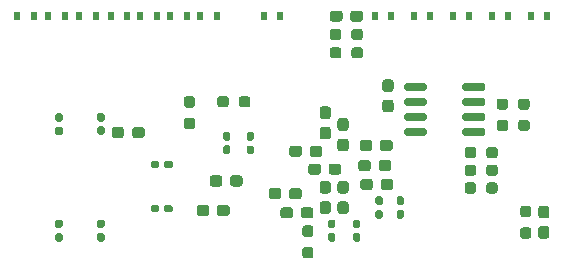
<source format=gbr>
G04 #@! TF.GenerationSoftware,KiCad,Pcbnew,5.1.10-6.fc33*
G04 #@! TF.CreationDate,2021-10-31T18:06:13+00:00*
G04 #@! TF.ProjectId,vl670,766c3637-302e-46b6-9963-61645f706362,rev?*
G04 #@! TF.SameCoordinates,Original*
G04 #@! TF.FileFunction,Paste,Bot*
G04 #@! TF.FilePolarity,Positive*
%FSLAX46Y46*%
G04 Gerber Fmt 4.6, Leading zero omitted, Abs format (unit mm)*
G04 Created by KiCad (PCBNEW 5.1.10-6.fc33) date 2021-10-31 18:06:13*
%MOMM*%
%LPD*%
G01*
G04 APERTURE LIST*
%ADD10R,0.600000X0.700000*%
G04 APERTURE END LIST*
G04 #@! TO.C,R13*
G36*
G01*
X187962500Y-118345000D02*
X188437500Y-118345000D01*
G75*
G02*
X188675000Y-118582500I0J-237500D01*
G01*
X188675000Y-119082500D01*
G75*
G02*
X188437500Y-119320000I-237500J0D01*
G01*
X187962500Y-119320000D01*
G75*
G02*
X187725000Y-119082500I0J237500D01*
G01*
X187725000Y-118582500D01*
G75*
G02*
X187962500Y-118345000I237500J0D01*
G01*
G37*
G36*
G01*
X187962500Y-116520000D02*
X188437500Y-116520000D01*
G75*
G02*
X188675000Y-116757500I0J-237500D01*
G01*
X188675000Y-117257500D01*
G75*
G02*
X188437500Y-117495000I-237500J0D01*
G01*
X187962500Y-117495000D01*
G75*
G02*
X187725000Y-117257500I0J237500D01*
G01*
X187725000Y-116757500D01*
G75*
G02*
X187962500Y-116520000I237500J0D01*
G01*
G37*
G04 #@! TD*
D10*
G04 #@! TO.C,D19*
X173600000Y-109728000D03*
X175000000Y-109728000D03*
G04 #@! TD*
G04 #@! TO.C,FB1*
G36*
G01*
X182650000Y-119362500D02*
X182650000Y-119837500D01*
G75*
G02*
X182412500Y-120075000I-237500J0D01*
G01*
X181837500Y-120075000D01*
G75*
G02*
X181600000Y-119837500I0J237500D01*
G01*
X181600000Y-119362500D01*
G75*
G02*
X181837500Y-119125000I237500J0D01*
G01*
X182412500Y-119125000D01*
G75*
G02*
X182650000Y-119362500I0J-237500D01*
G01*
G37*
G36*
G01*
X184400000Y-119362500D02*
X184400000Y-119837500D01*
G75*
G02*
X184162500Y-120075000I-237500J0D01*
G01*
X183587500Y-120075000D01*
G75*
G02*
X183350000Y-119837500I0J237500D01*
G01*
X183350000Y-119362500D01*
G75*
G02*
X183587500Y-119125000I237500J0D01*
G01*
X184162500Y-119125000D01*
G75*
G02*
X184400000Y-119362500I0J-237500D01*
G01*
G37*
G04 #@! TD*
G04 #@! TO.C,R23*
G36*
G01*
X216915000Y-126775000D02*
X216440000Y-126775000D01*
G75*
G02*
X216202500Y-126537500I0J237500D01*
G01*
X216202500Y-126037500D01*
G75*
G02*
X216440000Y-125800000I237500J0D01*
G01*
X216915000Y-125800000D01*
G75*
G02*
X217152500Y-126037500I0J-237500D01*
G01*
X217152500Y-126537500D01*
G75*
G02*
X216915000Y-126775000I-237500J0D01*
G01*
G37*
G36*
G01*
X216915000Y-128600000D02*
X216440000Y-128600000D01*
G75*
G02*
X216202500Y-128362500I0J237500D01*
G01*
X216202500Y-127862500D01*
G75*
G02*
X216440000Y-127625000I237500J0D01*
G01*
X216915000Y-127625000D01*
G75*
G02*
X217152500Y-127862500I0J-237500D01*
G01*
X217152500Y-128362500D01*
G75*
G02*
X216915000Y-128600000I-237500J0D01*
G01*
G37*
G04 #@! TD*
G04 #@! TO.C,R21*
G36*
G01*
X201911000Y-113089500D02*
X201911000Y-112614500D01*
G75*
G02*
X202148500Y-112377000I237500J0D01*
G01*
X202648500Y-112377000D01*
G75*
G02*
X202886000Y-112614500I0J-237500D01*
G01*
X202886000Y-113089500D01*
G75*
G02*
X202648500Y-113327000I-237500J0D01*
G01*
X202148500Y-113327000D01*
G75*
G02*
X201911000Y-113089500I0J237500D01*
G01*
G37*
G36*
G01*
X200086000Y-113089500D02*
X200086000Y-112614500D01*
G75*
G02*
X200323500Y-112377000I237500J0D01*
G01*
X200823500Y-112377000D01*
G75*
G02*
X201061000Y-112614500I0J-237500D01*
G01*
X201061000Y-113089500D01*
G75*
G02*
X200823500Y-113327000I-237500J0D01*
G01*
X200323500Y-113327000D01*
G75*
G02*
X200086000Y-113089500I0J237500D01*
G01*
G37*
G04 #@! TD*
G04 #@! TO.C,R20*
G36*
G01*
X201911000Y-111537500D02*
X201911000Y-111062500D01*
G75*
G02*
X202148500Y-110825000I237500J0D01*
G01*
X202648500Y-110825000D01*
G75*
G02*
X202886000Y-111062500I0J-237500D01*
G01*
X202886000Y-111537500D01*
G75*
G02*
X202648500Y-111775000I-237500J0D01*
G01*
X202148500Y-111775000D01*
G75*
G02*
X201911000Y-111537500I0J237500D01*
G01*
G37*
G36*
G01*
X200086000Y-111537500D02*
X200086000Y-111062500D01*
G75*
G02*
X200323500Y-110825000I237500J0D01*
G01*
X200823500Y-110825000D01*
G75*
G02*
X201061000Y-111062500I0J-237500D01*
G01*
X201061000Y-111537500D01*
G75*
G02*
X200823500Y-111775000I-237500J0D01*
G01*
X200323500Y-111775000D01*
G75*
G02*
X200086000Y-111537500I0J237500D01*
G01*
G37*
G04 #@! TD*
G04 #@! TO.C,D18*
X194500000Y-109728000D03*
X195900000Y-109728000D03*
G04 #@! TD*
G04 #@! TO.C,D17*
X218505000Y-109764000D03*
X217105000Y-109764000D03*
G04 #@! TD*
G04 #@! TO.C,D16*
X211901000Y-109764000D03*
X210501000Y-109764000D03*
G04 #@! TD*
G04 #@! TO.C,D15*
X215203000Y-109764000D03*
X213803000Y-109764000D03*
G04 #@! TD*
G04 #@! TO.C,D14*
X205297000Y-109728000D03*
X203897000Y-109728000D03*
G04 #@! TD*
G04 #@! TO.C,D13*
X208599000Y-109764000D03*
X207199000Y-109764000D03*
G04 #@! TD*
G04 #@! TO.C,D12*
X189130000Y-109728000D03*
X190530000Y-109728000D03*
G04 #@! TD*
G04 #@! TO.C,D11*
X186550000Y-109728000D03*
X187950000Y-109728000D03*
G04 #@! TD*
G04 #@! TO.C,D10*
X184040000Y-109728000D03*
X185440000Y-109728000D03*
G04 #@! TD*
G04 #@! TO.C,D9*
X181520000Y-109728000D03*
X182920000Y-109728000D03*
G04 #@! TD*
G04 #@! TO.C,D8*
X178880000Y-109728000D03*
X180280000Y-109728000D03*
G04 #@! TD*
G04 #@! TO.C,D7*
X176240000Y-109728000D03*
X177640000Y-109728000D03*
G04 #@! TD*
G04 #@! TO.C,R5*
G36*
G01*
X197984300Y-127462500D02*
X198459300Y-127462500D01*
G75*
G02*
X198696800Y-127700000I0J-237500D01*
G01*
X198696800Y-128200000D01*
G75*
G02*
X198459300Y-128437500I-237500J0D01*
G01*
X197984300Y-128437500D01*
G75*
G02*
X197746800Y-128200000I0J237500D01*
G01*
X197746800Y-127700000D01*
G75*
G02*
X197984300Y-127462500I237500J0D01*
G01*
G37*
G36*
G01*
X197984300Y-129287500D02*
X198459300Y-129287500D01*
G75*
G02*
X198696800Y-129525000I0J-237500D01*
G01*
X198696800Y-130025000D01*
G75*
G02*
X198459300Y-130262500I-237500J0D01*
G01*
X197984300Y-130262500D01*
G75*
G02*
X197746800Y-130025000I0J237500D01*
G01*
X197746800Y-129525000D01*
G75*
G02*
X197984300Y-129287500I237500J0D01*
G01*
G37*
G04 #@! TD*
G04 #@! TO.C,R7*
G36*
G01*
X211500000Y-123037500D02*
X211500000Y-122562500D01*
G75*
G02*
X211737500Y-122325000I237500J0D01*
G01*
X212237500Y-122325000D01*
G75*
G02*
X212475000Y-122562500I0J-237500D01*
G01*
X212475000Y-123037500D01*
G75*
G02*
X212237500Y-123275000I-237500J0D01*
G01*
X211737500Y-123275000D01*
G75*
G02*
X211500000Y-123037500I0J237500D01*
G01*
G37*
G36*
G01*
X213325000Y-123037500D02*
X213325000Y-122562500D01*
G75*
G02*
X213562500Y-122325000I237500J0D01*
G01*
X214062500Y-122325000D01*
G75*
G02*
X214300000Y-122562500I0J-237500D01*
G01*
X214300000Y-123037500D01*
G75*
G02*
X214062500Y-123275000I-237500J0D01*
G01*
X213562500Y-123275000D01*
G75*
G02*
X213325000Y-123037500I0J237500D01*
G01*
G37*
G04 #@! TD*
G04 #@! TO.C,R10*
G36*
G01*
X215175000Y-116962500D02*
X215175000Y-117437500D01*
G75*
G02*
X214937500Y-117675000I-237500J0D01*
G01*
X214437500Y-117675000D01*
G75*
G02*
X214200000Y-117437500I0J237500D01*
G01*
X214200000Y-116962500D01*
G75*
G02*
X214437500Y-116725000I237500J0D01*
G01*
X214937500Y-116725000D01*
G75*
G02*
X215175000Y-116962500I0J-237500D01*
G01*
G37*
G36*
G01*
X217000000Y-116962500D02*
X217000000Y-117437500D01*
G75*
G02*
X216762500Y-117675000I-237500J0D01*
G01*
X216262500Y-117675000D01*
G75*
G02*
X216025000Y-117437500I0J237500D01*
G01*
X216025000Y-116962500D01*
G75*
G02*
X216262500Y-116725000I237500J0D01*
G01*
X216762500Y-116725000D01*
G75*
G02*
X217000000Y-116962500I0J-237500D01*
G01*
G37*
G04 #@! TD*
G04 #@! TO.C,C20*
G36*
G01*
X217962500Y-127525000D02*
X218437500Y-127525000D01*
G75*
G02*
X218675000Y-127762500I0J-237500D01*
G01*
X218675000Y-128362500D01*
G75*
G02*
X218437500Y-128600000I-237500J0D01*
G01*
X217962500Y-128600000D01*
G75*
G02*
X217725000Y-128362500I0J237500D01*
G01*
X217725000Y-127762500D01*
G75*
G02*
X217962500Y-127525000I237500J0D01*
G01*
G37*
G36*
G01*
X217962500Y-125800000D02*
X218437500Y-125800000D01*
G75*
G02*
X218675000Y-126037500I0J-237500D01*
G01*
X218675000Y-126637500D01*
G75*
G02*
X218437500Y-126875000I-237500J0D01*
G01*
X217962500Y-126875000D01*
G75*
G02*
X217725000Y-126637500I0J237500D01*
G01*
X217725000Y-126037500D01*
G75*
G02*
X217962500Y-125800000I237500J0D01*
G01*
G37*
G04 #@! TD*
G04 #@! TO.C,C26*
G36*
G01*
X204762500Y-115100000D02*
X205237500Y-115100000D01*
G75*
G02*
X205475000Y-115337500I0J-237500D01*
G01*
X205475000Y-115937500D01*
G75*
G02*
X205237500Y-116175000I-237500J0D01*
G01*
X204762500Y-116175000D01*
G75*
G02*
X204525000Y-115937500I0J237500D01*
G01*
X204525000Y-115337500D01*
G75*
G02*
X204762500Y-115100000I237500J0D01*
G01*
G37*
G36*
G01*
X204762500Y-116825000D02*
X205237500Y-116825000D01*
G75*
G02*
X205475000Y-117062500I0J-237500D01*
G01*
X205475000Y-117662500D01*
G75*
G02*
X205237500Y-117900000I-237500J0D01*
G01*
X204762500Y-117900000D01*
G75*
G02*
X204525000Y-117662500I0J237500D01*
G01*
X204525000Y-117062500D01*
G75*
G02*
X204762500Y-116825000I237500J0D01*
G01*
G37*
G04 #@! TD*
G04 #@! TO.C,C25*
G36*
G01*
X192700000Y-123462500D02*
X192700000Y-123937500D01*
G75*
G02*
X192462500Y-124175000I-237500J0D01*
G01*
X191862500Y-124175000D01*
G75*
G02*
X191625000Y-123937500I0J237500D01*
G01*
X191625000Y-123462500D01*
G75*
G02*
X191862500Y-123225000I237500J0D01*
G01*
X192462500Y-123225000D01*
G75*
G02*
X192700000Y-123462500I0J-237500D01*
G01*
G37*
G36*
G01*
X190975000Y-123462500D02*
X190975000Y-123937500D01*
G75*
G02*
X190737500Y-124175000I-237500J0D01*
G01*
X190137500Y-124175000D01*
G75*
G02*
X189900000Y-123937500I0J237500D01*
G01*
X189900000Y-123462500D01*
G75*
G02*
X190137500Y-123225000I237500J0D01*
G01*
X190737500Y-123225000D01*
G75*
G02*
X190975000Y-123462500I0J-237500D01*
G01*
G37*
G04 #@! TD*
G04 #@! TO.C,C32*
G36*
G01*
X203737500Y-123762500D02*
X203737500Y-124237500D01*
G75*
G02*
X203500000Y-124475000I-237500J0D01*
G01*
X202900000Y-124475000D01*
G75*
G02*
X202662500Y-124237500I0J237500D01*
G01*
X202662500Y-123762500D01*
G75*
G02*
X202900000Y-123525000I237500J0D01*
G01*
X203500000Y-123525000D01*
G75*
G02*
X203737500Y-123762500I0J-237500D01*
G01*
G37*
G36*
G01*
X205462500Y-123762500D02*
X205462500Y-124237500D01*
G75*
G02*
X205225000Y-124475000I-237500J0D01*
G01*
X204625000Y-124475000D01*
G75*
G02*
X204387500Y-124237500I0J237500D01*
G01*
X204387500Y-123762500D01*
G75*
G02*
X204625000Y-123525000I237500J0D01*
G01*
X205225000Y-123525000D01*
G75*
G02*
X205462500Y-123762500I0J-237500D01*
G01*
G37*
G04 #@! TD*
G04 #@! TO.C,C33*
G36*
G01*
X205400000Y-120462500D02*
X205400000Y-120937500D01*
G75*
G02*
X205162500Y-121175000I-237500J0D01*
G01*
X204562500Y-121175000D01*
G75*
G02*
X204325000Y-120937500I0J237500D01*
G01*
X204325000Y-120462500D01*
G75*
G02*
X204562500Y-120225000I237500J0D01*
G01*
X205162500Y-120225000D01*
G75*
G02*
X205400000Y-120462500I0J-237500D01*
G01*
G37*
G36*
G01*
X203675000Y-120462500D02*
X203675000Y-120937500D01*
G75*
G02*
X203437500Y-121175000I-237500J0D01*
G01*
X202837500Y-121175000D01*
G75*
G02*
X202600000Y-120937500I0J237500D01*
G01*
X202600000Y-120462500D01*
G75*
G02*
X202837500Y-120225000I237500J0D01*
G01*
X203437500Y-120225000D01*
G75*
G02*
X203675000Y-120462500I0J-237500D01*
G01*
G37*
G04 #@! TD*
G04 #@! TO.C,C34*
G36*
G01*
X200962500Y-120112500D02*
X201437500Y-120112500D01*
G75*
G02*
X201675000Y-120350000I0J-237500D01*
G01*
X201675000Y-120950000D01*
G75*
G02*
X201437500Y-121187500I-237500J0D01*
G01*
X200962500Y-121187500D01*
G75*
G02*
X200725000Y-120950000I0J237500D01*
G01*
X200725000Y-120350000D01*
G75*
G02*
X200962500Y-120112500I237500J0D01*
G01*
G37*
G36*
G01*
X200962500Y-118387500D02*
X201437500Y-118387500D01*
G75*
G02*
X201675000Y-118625000I0J-237500D01*
G01*
X201675000Y-119225000D01*
G75*
G02*
X201437500Y-119462500I-237500J0D01*
G01*
X200962500Y-119462500D01*
G75*
G02*
X200725000Y-119225000I0J237500D01*
G01*
X200725000Y-118625000D01*
G75*
G02*
X200962500Y-118387500I237500J0D01*
G01*
G37*
G04 #@! TD*
G04 #@! TO.C,C35*
G36*
G01*
X197700000Y-124540000D02*
X197700000Y-125015000D01*
G75*
G02*
X197462500Y-125252500I-237500J0D01*
G01*
X196862500Y-125252500D01*
G75*
G02*
X196625000Y-125015000I0J237500D01*
G01*
X196625000Y-124540000D01*
G75*
G02*
X196862500Y-124302500I237500J0D01*
G01*
X197462500Y-124302500D01*
G75*
G02*
X197700000Y-124540000I0J-237500D01*
G01*
G37*
G36*
G01*
X195975000Y-124540000D02*
X195975000Y-125015000D01*
G75*
G02*
X195737500Y-125252500I-237500J0D01*
G01*
X195137500Y-125252500D01*
G75*
G02*
X194900000Y-125015000I0J237500D01*
G01*
X194900000Y-124540000D01*
G75*
G02*
X195137500Y-124302500I237500J0D01*
G01*
X195737500Y-124302500D01*
G75*
G02*
X195975000Y-124540000I0J-237500D01*
G01*
G37*
G04 #@! TD*
G04 #@! TO.C,C41*
G36*
G01*
X201437500Y-126500000D02*
X200962500Y-126500000D01*
G75*
G02*
X200725000Y-126262500I0J237500D01*
G01*
X200725000Y-125662500D01*
G75*
G02*
X200962500Y-125425000I237500J0D01*
G01*
X201437500Y-125425000D01*
G75*
G02*
X201675000Y-125662500I0J-237500D01*
G01*
X201675000Y-126262500D01*
G75*
G02*
X201437500Y-126500000I-237500J0D01*
G01*
G37*
G36*
G01*
X201437500Y-124775000D02*
X200962500Y-124775000D01*
G75*
G02*
X200725000Y-124537500I0J237500D01*
G01*
X200725000Y-123937500D01*
G75*
G02*
X200962500Y-123700000I237500J0D01*
G01*
X201437500Y-123700000D01*
G75*
G02*
X201675000Y-123937500I0J-237500D01*
G01*
X201675000Y-124537500D01*
G75*
G02*
X201437500Y-124775000I-237500J0D01*
G01*
G37*
G04 #@! TD*
G04 #@! TO.C,C42*
G36*
G01*
X198700000Y-126162500D02*
X198700000Y-126637500D01*
G75*
G02*
X198462500Y-126875000I-237500J0D01*
G01*
X197862500Y-126875000D01*
G75*
G02*
X197625000Y-126637500I0J237500D01*
G01*
X197625000Y-126162500D01*
G75*
G02*
X197862500Y-125925000I237500J0D01*
G01*
X198462500Y-125925000D01*
G75*
G02*
X198700000Y-126162500I0J-237500D01*
G01*
G37*
G36*
G01*
X196975000Y-126162500D02*
X196975000Y-126637500D01*
G75*
G02*
X196737500Y-126875000I-237500J0D01*
G01*
X196137500Y-126875000D01*
G75*
G02*
X195900000Y-126637500I0J237500D01*
G01*
X195900000Y-126162500D01*
G75*
G02*
X196137500Y-125925000I237500J0D01*
G01*
X196737500Y-125925000D01*
G75*
G02*
X196975000Y-126162500I0J-237500D01*
G01*
G37*
G04 #@! TD*
G04 #@! TO.C,C43*
G36*
G01*
X199937500Y-124775000D02*
X199462500Y-124775000D01*
G75*
G02*
X199225000Y-124537500I0J237500D01*
G01*
X199225000Y-123937500D01*
G75*
G02*
X199462500Y-123700000I237500J0D01*
G01*
X199937500Y-123700000D01*
G75*
G02*
X200175000Y-123937500I0J-237500D01*
G01*
X200175000Y-124537500D01*
G75*
G02*
X199937500Y-124775000I-237500J0D01*
G01*
G37*
G36*
G01*
X199937500Y-126500000D02*
X199462500Y-126500000D01*
G75*
G02*
X199225000Y-126262500I0J237500D01*
G01*
X199225000Y-125662500D01*
G75*
G02*
X199462500Y-125425000I237500J0D01*
G01*
X199937500Y-125425000D01*
G75*
G02*
X200175000Y-125662500I0J-237500D01*
G01*
X200175000Y-126262500D01*
G75*
G02*
X199937500Y-126500000I-237500J0D01*
G01*
G37*
G04 #@! TD*
G04 #@! TO.C,C12*
G36*
G01*
X189875000Y-125962500D02*
X189875000Y-126437500D01*
G75*
G02*
X189637500Y-126675000I-237500J0D01*
G01*
X189037500Y-126675000D01*
G75*
G02*
X188800000Y-126437500I0J237500D01*
G01*
X188800000Y-125962500D01*
G75*
G02*
X189037500Y-125725000I237500J0D01*
G01*
X189637500Y-125725000D01*
G75*
G02*
X189875000Y-125962500I0J-237500D01*
G01*
G37*
G36*
G01*
X191600000Y-125962500D02*
X191600000Y-126437500D01*
G75*
G02*
X191362500Y-126675000I-237500J0D01*
G01*
X190762500Y-126675000D01*
G75*
G02*
X190525000Y-126437500I0J237500D01*
G01*
X190525000Y-125962500D01*
G75*
G02*
X190762500Y-125725000I237500J0D01*
G01*
X191362500Y-125725000D01*
G75*
G02*
X191600000Y-125962500I0J-237500D01*
G01*
G37*
G04 #@! TD*
G04 #@! TO.C,C61*
G36*
G01*
X203562500Y-122162500D02*
X203562500Y-122637500D01*
G75*
G02*
X203325000Y-122875000I-237500J0D01*
G01*
X202725000Y-122875000D01*
G75*
G02*
X202487500Y-122637500I0J237500D01*
G01*
X202487500Y-122162500D01*
G75*
G02*
X202725000Y-121925000I237500J0D01*
G01*
X203325000Y-121925000D01*
G75*
G02*
X203562500Y-122162500I0J-237500D01*
G01*
G37*
G36*
G01*
X205287500Y-122162500D02*
X205287500Y-122637500D01*
G75*
G02*
X205050000Y-122875000I-237500J0D01*
G01*
X204450000Y-122875000D01*
G75*
G02*
X204212500Y-122637500I0J237500D01*
G01*
X204212500Y-122162500D01*
G75*
G02*
X204450000Y-121925000I237500J0D01*
G01*
X205050000Y-121925000D01*
G75*
G02*
X205287500Y-122162500I0J-237500D01*
G01*
G37*
G04 #@! TD*
G04 #@! TO.C,C62*
G36*
G01*
X199937500Y-120187500D02*
X199462500Y-120187500D01*
G75*
G02*
X199225000Y-119950000I0J237500D01*
G01*
X199225000Y-119350000D01*
G75*
G02*
X199462500Y-119112500I237500J0D01*
G01*
X199937500Y-119112500D01*
G75*
G02*
X200175000Y-119350000I0J-237500D01*
G01*
X200175000Y-119950000D01*
G75*
G02*
X199937500Y-120187500I-237500J0D01*
G01*
G37*
G36*
G01*
X199937500Y-118462500D02*
X199462500Y-118462500D01*
G75*
G02*
X199225000Y-118225000I0J237500D01*
G01*
X199225000Y-117625000D01*
G75*
G02*
X199462500Y-117387500I237500J0D01*
G01*
X199937500Y-117387500D01*
G75*
G02*
X200175000Y-117625000I0J-237500D01*
G01*
X200175000Y-118225000D01*
G75*
G02*
X199937500Y-118462500I-237500J0D01*
G01*
G37*
G04 #@! TD*
G04 #@! TO.C,R6*
G36*
G01*
X211500000Y-121537500D02*
X211500000Y-121062500D01*
G75*
G02*
X211737500Y-120825000I237500J0D01*
G01*
X212237500Y-120825000D01*
G75*
G02*
X212475000Y-121062500I0J-237500D01*
G01*
X212475000Y-121537500D01*
G75*
G02*
X212237500Y-121775000I-237500J0D01*
G01*
X211737500Y-121775000D01*
G75*
G02*
X211500000Y-121537500I0J237500D01*
G01*
G37*
G36*
G01*
X213325000Y-121537500D02*
X213325000Y-121062500D01*
G75*
G02*
X213562500Y-120825000I237500J0D01*
G01*
X214062500Y-120825000D01*
G75*
G02*
X214300000Y-121062500I0J-237500D01*
G01*
X214300000Y-121537500D01*
G75*
G02*
X214062500Y-121775000I-237500J0D01*
G01*
X213562500Y-121775000D01*
G75*
G02*
X213325000Y-121537500I0J237500D01*
G01*
G37*
G04 #@! TD*
G04 #@! TO.C,R8*
G36*
G01*
X213325000Y-124537500D02*
X213325000Y-124062500D01*
G75*
G02*
X213562500Y-123825000I237500J0D01*
G01*
X214062500Y-123825000D01*
G75*
G02*
X214300000Y-124062500I0J-237500D01*
G01*
X214300000Y-124537500D01*
G75*
G02*
X214062500Y-124775000I-237500J0D01*
G01*
X213562500Y-124775000D01*
G75*
G02*
X213325000Y-124537500I0J237500D01*
G01*
G37*
G36*
G01*
X211500000Y-124537500D02*
X211500000Y-124062500D01*
G75*
G02*
X211737500Y-123825000I237500J0D01*
G01*
X212237500Y-123825000D01*
G75*
G02*
X212475000Y-124062500I0J-237500D01*
G01*
X212475000Y-124537500D01*
G75*
G02*
X212237500Y-124775000I-237500J0D01*
G01*
X211737500Y-124775000D01*
G75*
G02*
X211500000Y-124537500I0J237500D01*
G01*
G37*
G04 #@! TD*
G04 #@! TO.C,R9*
G36*
G01*
X192375000Y-117237500D02*
X192375000Y-116762500D01*
G75*
G02*
X192612500Y-116525000I237500J0D01*
G01*
X193112500Y-116525000D01*
G75*
G02*
X193350000Y-116762500I0J-237500D01*
G01*
X193350000Y-117237500D01*
G75*
G02*
X193112500Y-117475000I-237500J0D01*
G01*
X192612500Y-117475000D01*
G75*
G02*
X192375000Y-117237500I0J237500D01*
G01*
G37*
G36*
G01*
X190550000Y-117237500D02*
X190550000Y-116762500D01*
G75*
G02*
X190787500Y-116525000I237500J0D01*
G01*
X191287500Y-116525000D01*
G75*
G02*
X191525000Y-116762500I0J-237500D01*
G01*
X191525000Y-117237500D01*
G75*
G02*
X191287500Y-117475000I-237500J0D01*
G01*
X190787500Y-117475000D01*
G75*
G02*
X190550000Y-117237500I0J237500D01*
G01*
G37*
G04 #@! TD*
G04 #@! TO.C,R11*
G36*
G01*
X215175000Y-118762500D02*
X215175000Y-119237500D01*
G75*
G02*
X214937500Y-119475000I-237500J0D01*
G01*
X214437500Y-119475000D01*
G75*
G02*
X214200000Y-119237500I0J237500D01*
G01*
X214200000Y-118762500D01*
G75*
G02*
X214437500Y-118525000I237500J0D01*
G01*
X214937500Y-118525000D01*
G75*
G02*
X215175000Y-118762500I0J-237500D01*
G01*
G37*
G36*
G01*
X217000000Y-118762500D02*
X217000000Y-119237500D01*
G75*
G02*
X216762500Y-119475000I-237500J0D01*
G01*
X216262500Y-119475000D01*
G75*
G02*
X216025000Y-119237500I0J237500D01*
G01*
X216025000Y-118762500D01*
G75*
G02*
X216262500Y-118525000I237500J0D01*
G01*
X216762500Y-118525000D01*
G75*
G02*
X217000000Y-118762500I0J-237500D01*
G01*
G37*
G04 #@! TD*
G04 #@! TO.C,U6*
G36*
G01*
X213250000Y-115595000D02*
X213250000Y-115895000D01*
G75*
G02*
X213100000Y-116045000I-150000J0D01*
G01*
X211450000Y-116045000D01*
G75*
G02*
X211300000Y-115895000I0J150000D01*
G01*
X211300000Y-115595000D01*
G75*
G02*
X211450000Y-115445000I150000J0D01*
G01*
X213100000Y-115445000D01*
G75*
G02*
X213250000Y-115595000I0J-150000D01*
G01*
G37*
G36*
G01*
X213250000Y-116865000D02*
X213250000Y-117165000D01*
G75*
G02*
X213100000Y-117315000I-150000J0D01*
G01*
X211450000Y-117315000D01*
G75*
G02*
X211300000Y-117165000I0J150000D01*
G01*
X211300000Y-116865000D01*
G75*
G02*
X211450000Y-116715000I150000J0D01*
G01*
X213100000Y-116715000D01*
G75*
G02*
X213250000Y-116865000I0J-150000D01*
G01*
G37*
G36*
G01*
X213250000Y-118135000D02*
X213250000Y-118435000D01*
G75*
G02*
X213100000Y-118585000I-150000J0D01*
G01*
X211450000Y-118585000D01*
G75*
G02*
X211300000Y-118435000I0J150000D01*
G01*
X211300000Y-118135000D01*
G75*
G02*
X211450000Y-117985000I150000J0D01*
G01*
X213100000Y-117985000D01*
G75*
G02*
X213250000Y-118135000I0J-150000D01*
G01*
G37*
G36*
G01*
X213250000Y-119405000D02*
X213250000Y-119705000D01*
G75*
G02*
X213100000Y-119855000I-150000J0D01*
G01*
X211450000Y-119855000D01*
G75*
G02*
X211300000Y-119705000I0J150000D01*
G01*
X211300000Y-119405000D01*
G75*
G02*
X211450000Y-119255000I150000J0D01*
G01*
X213100000Y-119255000D01*
G75*
G02*
X213250000Y-119405000I0J-150000D01*
G01*
G37*
G36*
G01*
X208300000Y-119405000D02*
X208300000Y-119705000D01*
G75*
G02*
X208150000Y-119855000I-150000J0D01*
G01*
X206500000Y-119855000D01*
G75*
G02*
X206350000Y-119705000I0J150000D01*
G01*
X206350000Y-119405000D01*
G75*
G02*
X206500000Y-119255000I150000J0D01*
G01*
X208150000Y-119255000D01*
G75*
G02*
X208300000Y-119405000I0J-150000D01*
G01*
G37*
G36*
G01*
X208300000Y-118135000D02*
X208300000Y-118435000D01*
G75*
G02*
X208150000Y-118585000I-150000J0D01*
G01*
X206500000Y-118585000D01*
G75*
G02*
X206350000Y-118435000I0J150000D01*
G01*
X206350000Y-118135000D01*
G75*
G02*
X206500000Y-117985000I150000J0D01*
G01*
X208150000Y-117985000D01*
G75*
G02*
X208300000Y-118135000I0J-150000D01*
G01*
G37*
G36*
G01*
X208300000Y-116865000D02*
X208300000Y-117165000D01*
G75*
G02*
X208150000Y-117315000I-150000J0D01*
G01*
X206500000Y-117315000D01*
G75*
G02*
X206350000Y-117165000I0J150000D01*
G01*
X206350000Y-116865000D01*
G75*
G02*
X206500000Y-116715000I150000J0D01*
G01*
X208150000Y-116715000D01*
G75*
G02*
X208300000Y-116865000I0J-150000D01*
G01*
G37*
G36*
G01*
X208300000Y-115595000D02*
X208300000Y-115895000D01*
G75*
G02*
X208150000Y-116045000I-150000J0D01*
G01*
X206500000Y-116045000D01*
G75*
G02*
X206350000Y-115895000I0J150000D01*
G01*
X206350000Y-115595000D01*
G75*
G02*
X206500000Y-115445000I150000J0D01*
G01*
X208150000Y-115445000D01*
G75*
G02*
X208300000Y-115595000I0J-150000D01*
G01*
G37*
G04 #@! TD*
G04 #@! TO.C,C52*
G36*
G01*
X196650000Y-121437500D02*
X196650000Y-120962500D01*
G75*
G02*
X196887500Y-120725000I237500J0D01*
G01*
X197487500Y-120725000D01*
G75*
G02*
X197725000Y-120962500I0J-237500D01*
G01*
X197725000Y-121437500D01*
G75*
G02*
X197487500Y-121675000I-237500J0D01*
G01*
X196887500Y-121675000D01*
G75*
G02*
X196650000Y-121437500I0J237500D01*
G01*
G37*
G36*
G01*
X198375000Y-121437500D02*
X198375000Y-120962500D01*
G75*
G02*
X198612500Y-120725000I237500J0D01*
G01*
X199212500Y-120725000D01*
G75*
G02*
X199450000Y-120962500I0J-237500D01*
G01*
X199450000Y-121437500D01*
G75*
G02*
X199212500Y-121675000I-237500J0D01*
G01*
X198612500Y-121675000D01*
G75*
G02*
X198375000Y-121437500I0J237500D01*
G01*
G37*
G04 #@! TD*
G04 #@! TO.C,C31*
G36*
G01*
X199975000Y-122937500D02*
X199975000Y-122462500D01*
G75*
G02*
X200212500Y-122225000I237500J0D01*
G01*
X200812500Y-122225000D01*
G75*
G02*
X201050000Y-122462500I0J-237500D01*
G01*
X201050000Y-122937500D01*
G75*
G02*
X200812500Y-123175000I-237500J0D01*
G01*
X200212500Y-123175000D01*
G75*
G02*
X199975000Y-122937500I0J237500D01*
G01*
G37*
G36*
G01*
X198250000Y-122937500D02*
X198250000Y-122462500D01*
G75*
G02*
X198487500Y-122225000I237500J0D01*
G01*
X199087500Y-122225000D01*
G75*
G02*
X199325000Y-122462500I0J-237500D01*
G01*
X199325000Y-122937500D01*
G75*
G02*
X199087500Y-123175000I-237500J0D01*
G01*
X198487500Y-123175000D01*
G75*
G02*
X198250000Y-122937500I0J237500D01*
G01*
G37*
G04 #@! TD*
G04 #@! TO.C,C71*
G36*
G01*
X206205000Y-126885000D02*
X205895000Y-126885000D01*
G75*
G02*
X205740000Y-126730000I0J155000D01*
G01*
X205740000Y-126305000D01*
G75*
G02*
X205895000Y-126150000I155000J0D01*
G01*
X206205000Y-126150000D01*
G75*
G02*
X206360000Y-126305000I0J-155000D01*
G01*
X206360000Y-126730000D01*
G75*
G02*
X206205000Y-126885000I-155000J0D01*
G01*
G37*
G36*
G01*
X206205000Y-125750000D02*
X205895000Y-125750000D01*
G75*
G02*
X205740000Y-125595000I0J155000D01*
G01*
X205740000Y-125170000D01*
G75*
G02*
X205895000Y-125015000I155000J0D01*
G01*
X206205000Y-125015000D01*
G75*
G02*
X206360000Y-125170000I0J-155000D01*
G01*
X206360000Y-125595000D01*
G75*
G02*
X206205000Y-125750000I-155000J0D01*
G01*
G37*
G04 #@! TD*
G04 #@! TO.C,C72*
G36*
G01*
X204405000Y-125750000D02*
X204095000Y-125750000D01*
G75*
G02*
X203940000Y-125595000I0J155000D01*
G01*
X203940000Y-125170000D01*
G75*
G02*
X204095000Y-125015000I155000J0D01*
G01*
X204405000Y-125015000D01*
G75*
G02*
X204560000Y-125170000I0J-155000D01*
G01*
X204560000Y-125595000D01*
G75*
G02*
X204405000Y-125750000I-155000J0D01*
G01*
G37*
G36*
G01*
X204405000Y-126885000D02*
X204095000Y-126885000D01*
G75*
G02*
X203940000Y-126730000I0J155000D01*
G01*
X203940000Y-126305000D01*
G75*
G02*
X204095000Y-126150000I155000J0D01*
G01*
X204405000Y-126150000D01*
G75*
G02*
X204560000Y-126305000I0J-155000D01*
G01*
X204560000Y-126730000D01*
G75*
G02*
X204405000Y-126885000I-155000J0D01*
G01*
G37*
G04 #@! TD*
G04 #@! TO.C,C78*
G36*
G01*
X193505000Y-121435000D02*
X193195000Y-121435000D01*
G75*
G02*
X193040000Y-121280000I0J155000D01*
G01*
X193040000Y-120855000D01*
G75*
G02*
X193195000Y-120700000I155000J0D01*
G01*
X193505000Y-120700000D01*
G75*
G02*
X193660000Y-120855000I0J-155000D01*
G01*
X193660000Y-121280000D01*
G75*
G02*
X193505000Y-121435000I-155000J0D01*
G01*
G37*
G36*
G01*
X193505000Y-120300000D02*
X193195000Y-120300000D01*
G75*
G02*
X193040000Y-120145000I0J155000D01*
G01*
X193040000Y-119720000D01*
G75*
G02*
X193195000Y-119565000I155000J0D01*
G01*
X193505000Y-119565000D01*
G75*
G02*
X193660000Y-119720000I0J-155000D01*
G01*
X193660000Y-120145000D01*
G75*
G02*
X193505000Y-120300000I-155000J0D01*
G01*
G37*
G04 #@! TD*
G04 #@! TO.C,C77*
G36*
G01*
X191505000Y-120282500D02*
X191195000Y-120282500D01*
G75*
G02*
X191040000Y-120127500I0J155000D01*
G01*
X191040000Y-119702500D01*
G75*
G02*
X191195000Y-119547500I155000J0D01*
G01*
X191505000Y-119547500D01*
G75*
G02*
X191660000Y-119702500I0J-155000D01*
G01*
X191660000Y-120127500D01*
G75*
G02*
X191505000Y-120282500I-155000J0D01*
G01*
G37*
G36*
G01*
X191505000Y-121417500D02*
X191195000Y-121417500D01*
G75*
G02*
X191040000Y-121262500I0J155000D01*
G01*
X191040000Y-120837500D01*
G75*
G02*
X191195000Y-120682500I155000J0D01*
G01*
X191505000Y-120682500D01*
G75*
G02*
X191660000Y-120837500I0J-155000D01*
G01*
X191660000Y-121262500D01*
G75*
G02*
X191505000Y-121417500I-155000J0D01*
G01*
G37*
G04 #@! TD*
G04 #@! TO.C,C75*
G36*
G01*
X202505000Y-128835000D02*
X202195000Y-128835000D01*
G75*
G02*
X202040000Y-128680000I0J155000D01*
G01*
X202040000Y-128255000D01*
G75*
G02*
X202195000Y-128100000I155000J0D01*
G01*
X202505000Y-128100000D01*
G75*
G02*
X202660000Y-128255000I0J-155000D01*
G01*
X202660000Y-128680000D01*
G75*
G02*
X202505000Y-128835000I-155000J0D01*
G01*
G37*
G36*
G01*
X202505000Y-127700000D02*
X202195000Y-127700000D01*
G75*
G02*
X202040000Y-127545000I0J155000D01*
G01*
X202040000Y-127120000D01*
G75*
G02*
X202195000Y-126965000I155000J0D01*
G01*
X202505000Y-126965000D01*
G75*
G02*
X202660000Y-127120000I0J-155000D01*
G01*
X202660000Y-127545000D01*
G75*
G02*
X202505000Y-127700000I-155000J0D01*
G01*
G37*
G04 #@! TD*
G04 #@! TO.C,C73*
G36*
G01*
X185650000Y-122145000D02*
X185650000Y-122455000D01*
G75*
G02*
X185495000Y-122610000I-155000J0D01*
G01*
X185070000Y-122610000D01*
G75*
G02*
X184915000Y-122455000I0J155000D01*
G01*
X184915000Y-122145000D01*
G75*
G02*
X185070000Y-121990000I155000J0D01*
G01*
X185495000Y-121990000D01*
G75*
G02*
X185650000Y-122145000I0J-155000D01*
G01*
G37*
G36*
G01*
X186785000Y-122145000D02*
X186785000Y-122455000D01*
G75*
G02*
X186630000Y-122610000I-155000J0D01*
G01*
X186205000Y-122610000D01*
G75*
G02*
X186050000Y-122455000I0J155000D01*
G01*
X186050000Y-122145000D01*
G75*
G02*
X186205000Y-121990000I155000J0D01*
G01*
X186630000Y-121990000D01*
G75*
G02*
X186785000Y-122145000I0J-155000D01*
G01*
G37*
G04 #@! TD*
G04 #@! TO.C,C76*
G36*
G01*
X200405000Y-128835000D02*
X200095000Y-128835000D01*
G75*
G02*
X199940000Y-128680000I0J155000D01*
G01*
X199940000Y-128255000D01*
G75*
G02*
X200095000Y-128100000I155000J0D01*
G01*
X200405000Y-128100000D01*
G75*
G02*
X200560000Y-128255000I0J-155000D01*
G01*
X200560000Y-128680000D01*
G75*
G02*
X200405000Y-128835000I-155000J0D01*
G01*
G37*
G36*
G01*
X200405000Y-127700000D02*
X200095000Y-127700000D01*
G75*
G02*
X199940000Y-127545000I0J155000D01*
G01*
X199940000Y-127120000D01*
G75*
G02*
X200095000Y-126965000I155000J0D01*
G01*
X200405000Y-126965000D01*
G75*
G02*
X200560000Y-127120000I0J-155000D01*
G01*
X200560000Y-127545000D01*
G75*
G02*
X200405000Y-127700000I-155000J0D01*
G01*
G37*
G04 #@! TD*
G04 #@! TO.C,C74*
G36*
G01*
X185650000Y-125895000D02*
X185650000Y-126205000D01*
G75*
G02*
X185495000Y-126360000I-155000J0D01*
G01*
X185070000Y-126360000D01*
G75*
G02*
X184915000Y-126205000I0J155000D01*
G01*
X184915000Y-125895000D01*
G75*
G02*
X185070000Y-125740000I155000J0D01*
G01*
X185495000Y-125740000D01*
G75*
G02*
X185650000Y-125895000I0J-155000D01*
G01*
G37*
G36*
G01*
X186785000Y-125895000D02*
X186785000Y-126205000D01*
G75*
G02*
X186630000Y-126360000I-155000J0D01*
G01*
X186205000Y-126360000D01*
G75*
G02*
X186050000Y-126205000I0J155000D01*
G01*
X186050000Y-125895000D01*
G75*
G02*
X186205000Y-125740000I155000J0D01*
G01*
X186630000Y-125740000D01*
G75*
G02*
X186785000Y-125895000I0J-155000D01*
G01*
G37*
G04 #@! TD*
G04 #@! TO.C,C79*
G36*
G01*
X177305000Y-118700000D02*
X176995000Y-118700000D01*
G75*
G02*
X176840000Y-118545000I0J155000D01*
G01*
X176840000Y-118120000D01*
G75*
G02*
X176995000Y-117965000I155000J0D01*
G01*
X177305000Y-117965000D01*
G75*
G02*
X177460000Y-118120000I0J-155000D01*
G01*
X177460000Y-118545000D01*
G75*
G02*
X177305000Y-118700000I-155000J0D01*
G01*
G37*
G36*
G01*
X177305000Y-119835000D02*
X176995000Y-119835000D01*
G75*
G02*
X176840000Y-119680000I0J155000D01*
G01*
X176840000Y-119255000D01*
G75*
G02*
X176995000Y-119100000I155000J0D01*
G01*
X177305000Y-119100000D01*
G75*
G02*
X177460000Y-119255000I0J-155000D01*
G01*
X177460000Y-119680000D01*
G75*
G02*
X177305000Y-119835000I-155000J0D01*
G01*
G37*
G04 #@! TD*
G04 #@! TO.C,C80*
G36*
G01*
X180855000Y-119802500D02*
X180545000Y-119802500D01*
G75*
G02*
X180390000Y-119647500I0J155000D01*
G01*
X180390000Y-119222500D01*
G75*
G02*
X180545000Y-119067500I155000J0D01*
G01*
X180855000Y-119067500D01*
G75*
G02*
X181010000Y-119222500I0J-155000D01*
G01*
X181010000Y-119647500D01*
G75*
G02*
X180855000Y-119802500I-155000J0D01*
G01*
G37*
G36*
G01*
X180855000Y-118667500D02*
X180545000Y-118667500D01*
G75*
G02*
X180390000Y-118512500I0J155000D01*
G01*
X180390000Y-118087500D01*
G75*
G02*
X180545000Y-117932500I155000J0D01*
G01*
X180855000Y-117932500D01*
G75*
G02*
X181010000Y-118087500I0J-155000D01*
G01*
X181010000Y-118512500D01*
G75*
G02*
X180855000Y-118667500I-155000J0D01*
G01*
G37*
G04 #@! TD*
G04 #@! TO.C,C81*
G36*
G01*
X176995000Y-128100000D02*
X177305000Y-128100000D01*
G75*
G02*
X177460000Y-128255000I0J-155000D01*
G01*
X177460000Y-128680000D01*
G75*
G02*
X177305000Y-128835000I-155000J0D01*
G01*
X176995000Y-128835000D01*
G75*
G02*
X176840000Y-128680000I0J155000D01*
G01*
X176840000Y-128255000D01*
G75*
G02*
X176995000Y-128100000I155000J0D01*
G01*
G37*
G36*
G01*
X176995000Y-126965000D02*
X177305000Y-126965000D01*
G75*
G02*
X177460000Y-127120000I0J-155000D01*
G01*
X177460000Y-127545000D01*
G75*
G02*
X177305000Y-127700000I-155000J0D01*
G01*
X176995000Y-127700000D01*
G75*
G02*
X176840000Y-127545000I0J155000D01*
G01*
X176840000Y-127120000D01*
G75*
G02*
X176995000Y-126965000I155000J0D01*
G01*
G37*
G04 #@! TD*
G04 #@! TO.C,C82*
G36*
G01*
X180545000Y-126965000D02*
X180855000Y-126965000D01*
G75*
G02*
X181010000Y-127120000I0J-155000D01*
G01*
X181010000Y-127545000D01*
G75*
G02*
X180855000Y-127700000I-155000J0D01*
G01*
X180545000Y-127700000D01*
G75*
G02*
X180390000Y-127545000I0J155000D01*
G01*
X180390000Y-127120000D01*
G75*
G02*
X180545000Y-126965000I155000J0D01*
G01*
G37*
G36*
G01*
X180545000Y-128100000D02*
X180855000Y-128100000D01*
G75*
G02*
X181010000Y-128255000I0J-155000D01*
G01*
X181010000Y-128680000D01*
G75*
G02*
X180855000Y-128835000I-155000J0D01*
G01*
X180545000Y-128835000D01*
G75*
G02*
X180390000Y-128680000I0J155000D01*
G01*
X180390000Y-128255000D01*
G75*
G02*
X180545000Y-128100000I155000J0D01*
G01*
G37*
G04 #@! TD*
G04 #@! TO.C,C22*
G36*
G01*
X201811000Y-109987500D02*
X201811000Y-109512500D01*
G75*
G02*
X202048500Y-109275000I237500J0D01*
G01*
X202648500Y-109275000D01*
G75*
G02*
X202886000Y-109512500I0J-237500D01*
G01*
X202886000Y-109987500D01*
G75*
G02*
X202648500Y-110225000I-237500J0D01*
G01*
X202048500Y-110225000D01*
G75*
G02*
X201811000Y-109987500I0J237500D01*
G01*
G37*
G36*
G01*
X200086000Y-109987500D02*
X200086000Y-109512500D01*
G75*
G02*
X200323500Y-109275000I237500J0D01*
G01*
X200923500Y-109275000D01*
G75*
G02*
X201161000Y-109512500I0J-237500D01*
G01*
X201161000Y-109987500D01*
G75*
G02*
X200923500Y-110225000I-237500J0D01*
G01*
X200323500Y-110225000D01*
G75*
G02*
X200086000Y-109987500I0J237500D01*
G01*
G37*
G04 #@! TD*
M02*

</source>
